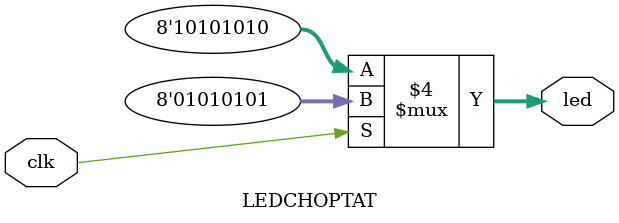
<source format=v>
`timescale 1ns / 1ps
module LEDCHOPTAT(
input wire clk,
output reg [7:0]led
    );
always@(*)
if(clk==1)
led = 8'b0101_0101;
else
led = 8'b1010_1010;
endmodule

</source>
